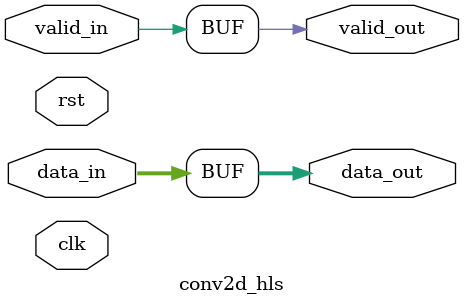
<source format=sv>

module conv2d_hls #(
    parameter PE = 16,
    parameter SIMD = 8,
    parameter DATA_WIDTH = 8
) (
    input wire clk,
    input wire rst,
    input wire [DATA_WIDTH-1:0] data_in,
    input wire valid_in,
    output wire [DATA_WIDTH-1:0] data_out,
    output wire valid_out
);

    // Placeholder implementation
    // Real implementation would have:
    // - Sliding window buffer
    // - PE array for parallel computation
    // - SIMD units for input parallelism
    // - Configurable folding logic
    
    assign data_out = data_in; // Placeholder passthrough
    assign valid_out = valid_in;

endmodule
</source>
